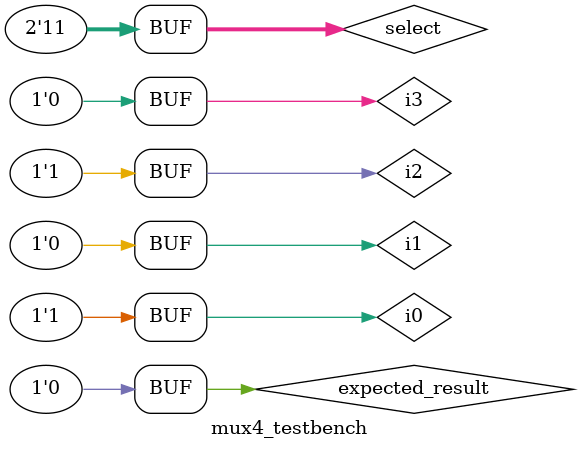
<source format=v>
`define DELAY 20
module mux4_testbench();
	reg i0, i1, i2, i3;
    reg [1:0] select;
	reg expected_result;
    wire result;
	wire pass;
	
    mux4 test_mux4(result, i0, i1, i2, i3, select);
	xnor is_pass(pass, expected_result, result);
	
initial begin
	i0 = 1'b1; i1 = 1'b0; i2 = 1'b1; i3 = 1'b0; select=2'b00;
	expected_result = 1'b1;
#`DELAY;
    i0 = 1'b1; i1 = 1'b0; i2 = 1'b1; i3 = 1'b0; select=2'b01;
	expected_result = 1'b0;
#`DELAY;
    i0 = 1'b1; i1 = 1'b0; i2 = 1'b1; i3 = 1'b0; select=2'b10;
	expected_result = 1'b1;
#`DELAY;
    i0 = 1'b1; i1 = 1'b0; i2 = 1'b1; i3 = 1'b0; select=2'b11;
	expected_result = 1'b0;
#`DELAY;
end

initial begin
	$monitor("time=%2d, i0=%1b, i1=%1b, i2=%1b, i3=%1b, select=%2b, result=%1b, pass=%1b", $time, i0, i1, i2, i3, select, result, pass);
end

endmodule
	
</source>
